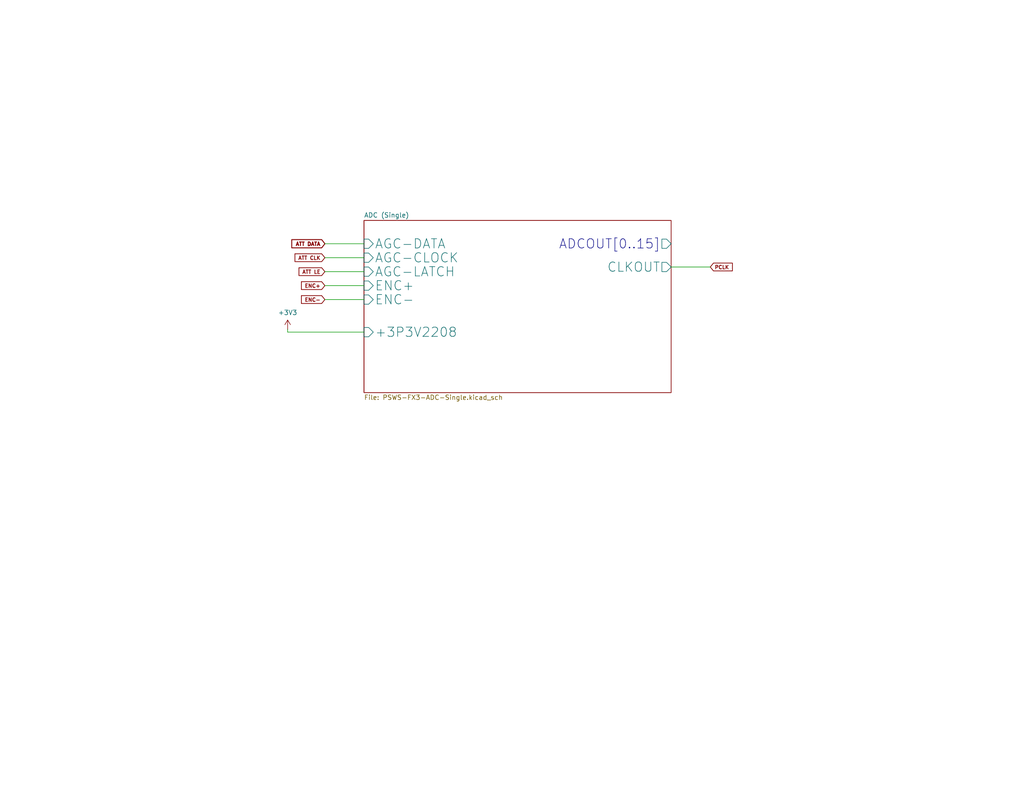
<source format=kicad_sch>
(kicad_sch (version 20231120) (generator "eeschema") (generator_version "8.0")
  (paper "A")
  (title_block (title "PSWS-HF103-proto") (date "2025-06-23") (rev "0.1.0") (company "Dave Witten, KD0EAG") (comment 2 "[ A Minimalist Rework of HF-103 designed by Oskar Stella, ik1xpv ]") (comment 3 "Infineon/Cypress  FX3 DevKit and LTC2208 Demo modules") (comment 4 "A development straw-man based on the"))
  (lib_symbols
    (symbol "power:+3V3" (power) (pin_numbers hide) (pin_names (offset 0) hide)
      (property "Value" "+3V3" (at 0 3.556 0))
      (symbol "+3V3_0_1"
        (polyline (pts (xy -0.762 1.27) (xy 0 2.54)))
        (polyline (pts (xy 0 0) (xy 0 2.54)))
        (polyline (pts (xy 0 2.54) (xy 0.762 1.27)))
      )
      (symbol "+3V3_1_1"
        (pin power_in line (at 0 0 90) (length 0) (name "~") (number "1"))
      )
    )
  )
  (wire (pts (xy 99.314 77.978) (xy 88.646 77.978)))
  (wire (pts (xy 99.314 74.168) (xy 88.646 74.168)))
  (wire (pts (xy 193.802 72.898) (xy 183.134 72.898)))
  (wire (pts (xy 78.486 90.678) (xy 78.486 89.916)))
  (wire (pts (xy 99.314 66.548) (xy 88.646 66.548)))
  (wire (pts (xy 99.314 70.358) (xy 88.646 70.358)))
  (wire (pts (xy 78.486 90.678) (xy 99.314 90.678)))
  (wire (pts (xy 88.646 81.788) (xy 99.314 81.788)))
  (global_label "ENC+" (shape input) (at 88.646 77.978 180) (effects (font (size 1 1) (thickness 0.2) (bold yes))) (property "Intersheetrefs" "${INTERSHEET_REFS}" (at 81.7302 77.978 0) (effects (font (thickness 0.254) (bold yes)) (justify right))))
  (global_label "ATT CLK" (shape input) (at 88.646 70.358 180) (effects (font (size 1 1) (thickness 0.2) (bold yes))) (property "Intersheetrefs" "${INTERSHEET_REFS}" (at 79.9684 70.358 0) (effects (font (thickness 0.254) (bold yes)) (justify right))))
  (global_label "ENC-" (shape input) (at 88.646 81.788 180) (effects (font (size 1 1) (thickness 0.2) (bold yes))) (property "Intersheetrefs" "${INTERSHEET_REFS}" (at 81.7302 81.788 0) (effects (font (thickness 0.254) (bold yes)) (justify right))))
  (global_label "ATT DATA" (shape input) (at 88.646 66.548 180) (effects (font (size 1 1) (thickness 0.254) (bold yes))) (property "Intersheetrefs" "${INTERSHEET_REFS}" (at 79.0518 66.548 0) (effects (font (thickness 0.254) (bold yes)) (justify right))))
  (global_label "PCLK" (shape input) (at 193.802 72.898 0) (effects (font (size 1 1) (thickness 0.2) (bold yes))) (property "Intersheetrefs" "${INTERSHEET_REFS}" (at 200.3368 72.898 0) (effects (font (thickness 0.254) (bold yes)) (justify left))))
  (global_label "ATT LE" (shape input) (at 88.646 74.168 180) (effects (font (size 1 1) (thickness 0.2) (bold yes))) (property "Intersheetrefs" "${INTERSHEET_REFS}" (at 81.0636 74.168 0) (effects (font (thickness 0.254) (bold yes)) (justify right))))
  (symbol (lib_id "power:+3V3") (at 78.486 89.916 0) (unit 1)
    (property "Reference" "#PWR7" (effects (hide yes)))
    (property "Value" "+3V3" (at 78.486 85.344 0))
    (property "Description" "Power symbol creates a global label with name \"+3V3\"" (effects (hide yes)))
  )
  (sheet (at 99.314 60.198) (size 83.82 46.99) (stroke (width 0.1524))
    (property "Sheetname" "ADC (Single)" (at 99.314 59.4864 0) (effects (justify left bottom)))
    (property "Sheetfile" "PSWS-FX3-ADC-Single.kicad_sch" (at 99.314 107.7726 0) (effects (justify left top)))
    (pin "AGC-CLOCK" input (at 99.314 70.358 180) (effects (font (size 2.54 2.54))))
    (pin "AGC-DATA" input (at 99.314 66.548 180) (effects (font (size 2.54 2.54))))
    (pin "AGC-LATCH" input (at 99.314 74.168 180) (effects (font (size 2.54 2.54))))
    (pin "ENC+" input (at 99.314 77.978 180) (effects (font (size 2.54 2.54))))
    (pin "ENC-" input (at 99.314 81.788 180) (effects (font (size 2.54 2.54))))
    (pin "ADCOUT[0..15]" output (at 183.134 66.548 0) (effects (font (size 2.54 2.54))))
    (pin "CLKOUT" output (at 183.134 72.898 0) (effects (font (size 2.54 2.54))))
    (pin "+3P3V2208" input (at 99.314 90.678 180) (effects (font (size 2.54 2.54))))
  )
)
</source>
